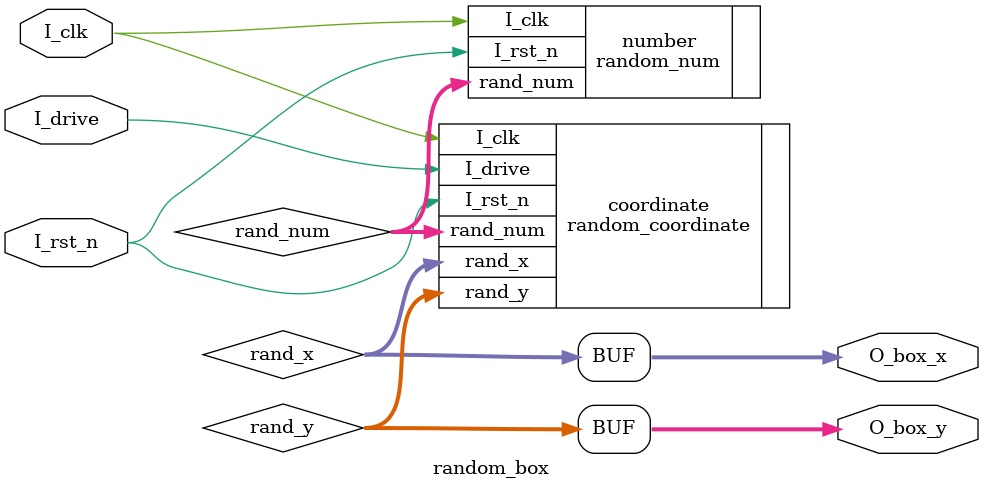
<source format=v>
module random_box (
    input             I_clk,
    input             I_rst_n,
    input             I_drive,   //盒子更新驱动信号
    output wire [9:0] O_box_x,   //生成的盒子x坐标
    output wire [9:0] O_box_y    //生成的盒子y坐标
);

wire [9:0]  rand_num;   //伪随机数
wire [9:0]  rand_x;     //传递x坐标
wire [9:0]  rand_y;     //传递y坐标

//生成伪随机数
random_num number(
    .I_clk(I_clk),
    .I_rst_n(I_rst_n),
    .rand_num(rand_num)
);

//生成盒子x、y坐标
random_coordinate coordinate(
    .I_clk(I_clk),
    .I_rst_n(I_rst_n),
    .I_drive(I_drive),
    .rand_num(rand_num),
    .rand_x(rand_x),
    .rand_y(rand_y)
);

assign O_box_x = rand_x;
assign O_box_y = rand_y;

endmodule
</source>
